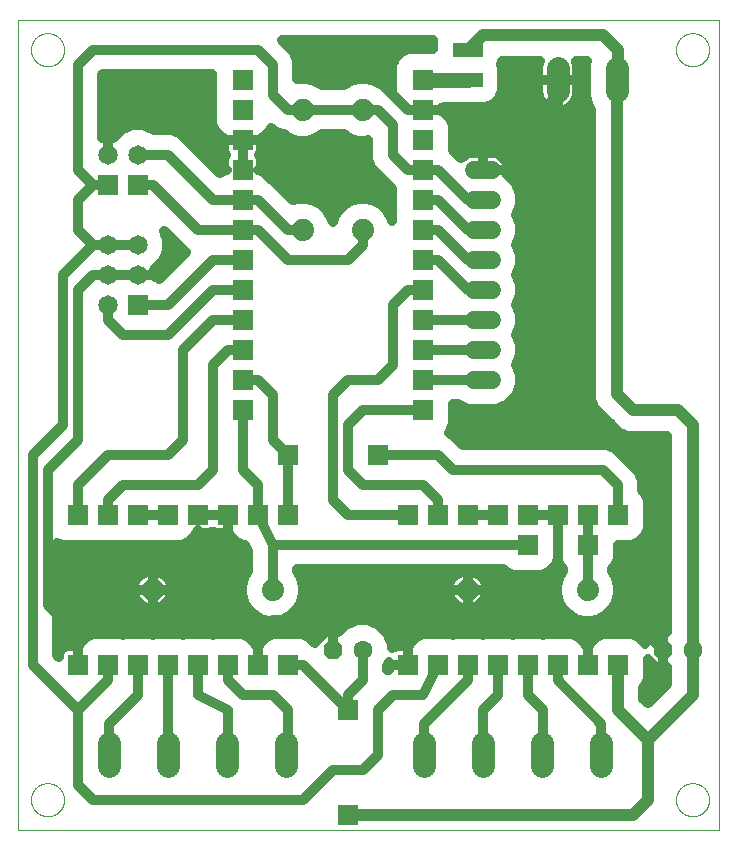
<source format=gbl>
G75*
%MOIN*%
%OFA0B0*%
%FSLAX25Y25*%
%IPPOS*%
%LPD*%
%AMOC8*
5,1,8,0,0,1.08239X$1,22.5*
%
%ADD10C,0.00000*%
%ADD11R,0.07000X0.07000*%
%ADD12C,0.07800*%
%ADD13C,0.07400*%
%ADD14R,0.10000X0.05000*%
%ADD15C,0.06000*%
%ADD16OC8,0.06300*%
%ADD17C,0.06300*%
%ADD18R,0.06500X0.06500*%
%ADD19C,0.06500*%
%ADD20C,0.03200*%
%ADD21C,0.04000*%
%ADD22R,0.06600X0.06600*%
%ADD23C,0.05000*%
D10*
X0002600Y0002600D02*
X0002600Y0272561D01*
X0236301Y0272561D01*
X0236301Y0002600D01*
X0002600Y0002600D01*
X0007088Y0012600D02*
X0007090Y0012748D01*
X0007096Y0012896D01*
X0007106Y0013044D01*
X0007120Y0013191D01*
X0007138Y0013338D01*
X0007159Y0013484D01*
X0007185Y0013630D01*
X0007215Y0013775D01*
X0007248Y0013919D01*
X0007286Y0014062D01*
X0007327Y0014204D01*
X0007372Y0014345D01*
X0007420Y0014485D01*
X0007473Y0014624D01*
X0007529Y0014761D01*
X0007589Y0014896D01*
X0007652Y0015030D01*
X0007719Y0015162D01*
X0007790Y0015292D01*
X0007864Y0015420D01*
X0007941Y0015546D01*
X0008022Y0015670D01*
X0008106Y0015792D01*
X0008193Y0015911D01*
X0008284Y0016028D01*
X0008378Y0016143D01*
X0008474Y0016255D01*
X0008574Y0016365D01*
X0008676Y0016471D01*
X0008782Y0016575D01*
X0008890Y0016676D01*
X0009001Y0016774D01*
X0009114Y0016870D01*
X0009230Y0016962D01*
X0009348Y0017051D01*
X0009469Y0017136D01*
X0009592Y0017219D01*
X0009717Y0017298D01*
X0009844Y0017374D01*
X0009973Y0017446D01*
X0010104Y0017515D01*
X0010237Y0017580D01*
X0010372Y0017641D01*
X0010508Y0017699D01*
X0010645Y0017754D01*
X0010784Y0017804D01*
X0010925Y0017851D01*
X0011066Y0017894D01*
X0011209Y0017934D01*
X0011353Y0017969D01*
X0011497Y0018001D01*
X0011643Y0018028D01*
X0011789Y0018052D01*
X0011936Y0018072D01*
X0012083Y0018088D01*
X0012230Y0018100D01*
X0012378Y0018108D01*
X0012526Y0018112D01*
X0012674Y0018112D01*
X0012822Y0018108D01*
X0012970Y0018100D01*
X0013117Y0018088D01*
X0013264Y0018072D01*
X0013411Y0018052D01*
X0013557Y0018028D01*
X0013703Y0018001D01*
X0013847Y0017969D01*
X0013991Y0017934D01*
X0014134Y0017894D01*
X0014275Y0017851D01*
X0014416Y0017804D01*
X0014555Y0017754D01*
X0014692Y0017699D01*
X0014828Y0017641D01*
X0014963Y0017580D01*
X0015096Y0017515D01*
X0015227Y0017446D01*
X0015356Y0017374D01*
X0015483Y0017298D01*
X0015608Y0017219D01*
X0015731Y0017136D01*
X0015852Y0017051D01*
X0015970Y0016962D01*
X0016086Y0016870D01*
X0016199Y0016774D01*
X0016310Y0016676D01*
X0016418Y0016575D01*
X0016524Y0016471D01*
X0016626Y0016365D01*
X0016726Y0016255D01*
X0016822Y0016143D01*
X0016916Y0016028D01*
X0017007Y0015911D01*
X0017094Y0015792D01*
X0017178Y0015670D01*
X0017259Y0015546D01*
X0017336Y0015420D01*
X0017410Y0015292D01*
X0017481Y0015162D01*
X0017548Y0015030D01*
X0017611Y0014896D01*
X0017671Y0014761D01*
X0017727Y0014624D01*
X0017780Y0014485D01*
X0017828Y0014345D01*
X0017873Y0014204D01*
X0017914Y0014062D01*
X0017952Y0013919D01*
X0017985Y0013775D01*
X0018015Y0013630D01*
X0018041Y0013484D01*
X0018062Y0013338D01*
X0018080Y0013191D01*
X0018094Y0013044D01*
X0018104Y0012896D01*
X0018110Y0012748D01*
X0018112Y0012600D01*
X0018110Y0012452D01*
X0018104Y0012304D01*
X0018094Y0012156D01*
X0018080Y0012009D01*
X0018062Y0011862D01*
X0018041Y0011716D01*
X0018015Y0011570D01*
X0017985Y0011425D01*
X0017952Y0011281D01*
X0017914Y0011138D01*
X0017873Y0010996D01*
X0017828Y0010855D01*
X0017780Y0010715D01*
X0017727Y0010576D01*
X0017671Y0010439D01*
X0017611Y0010304D01*
X0017548Y0010170D01*
X0017481Y0010038D01*
X0017410Y0009908D01*
X0017336Y0009780D01*
X0017259Y0009654D01*
X0017178Y0009530D01*
X0017094Y0009408D01*
X0017007Y0009289D01*
X0016916Y0009172D01*
X0016822Y0009057D01*
X0016726Y0008945D01*
X0016626Y0008835D01*
X0016524Y0008729D01*
X0016418Y0008625D01*
X0016310Y0008524D01*
X0016199Y0008426D01*
X0016086Y0008330D01*
X0015970Y0008238D01*
X0015852Y0008149D01*
X0015731Y0008064D01*
X0015608Y0007981D01*
X0015483Y0007902D01*
X0015356Y0007826D01*
X0015227Y0007754D01*
X0015096Y0007685D01*
X0014963Y0007620D01*
X0014828Y0007559D01*
X0014692Y0007501D01*
X0014555Y0007446D01*
X0014416Y0007396D01*
X0014275Y0007349D01*
X0014134Y0007306D01*
X0013991Y0007266D01*
X0013847Y0007231D01*
X0013703Y0007199D01*
X0013557Y0007172D01*
X0013411Y0007148D01*
X0013264Y0007128D01*
X0013117Y0007112D01*
X0012970Y0007100D01*
X0012822Y0007092D01*
X0012674Y0007088D01*
X0012526Y0007088D01*
X0012378Y0007092D01*
X0012230Y0007100D01*
X0012083Y0007112D01*
X0011936Y0007128D01*
X0011789Y0007148D01*
X0011643Y0007172D01*
X0011497Y0007199D01*
X0011353Y0007231D01*
X0011209Y0007266D01*
X0011066Y0007306D01*
X0010925Y0007349D01*
X0010784Y0007396D01*
X0010645Y0007446D01*
X0010508Y0007501D01*
X0010372Y0007559D01*
X0010237Y0007620D01*
X0010104Y0007685D01*
X0009973Y0007754D01*
X0009844Y0007826D01*
X0009717Y0007902D01*
X0009592Y0007981D01*
X0009469Y0008064D01*
X0009348Y0008149D01*
X0009230Y0008238D01*
X0009114Y0008330D01*
X0009001Y0008426D01*
X0008890Y0008524D01*
X0008782Y0008625D01*
X0008676Y0008729D01*
X0008574Y0008835D01*
X0008474Y0008945D01*
X0008378Y0009057D01*
X0008284Y0009172D01*
X0008193Y0009289D01*
X0008106Y0009408D01*
X0008022Y0009530D01*
X0007941Y0009654D01*
X0007864Y0009780D01*
X0007790Y0009908D01*
X0007719Y0010038D01*
X0007652Y0010170D01*
X0007589Y0010304D01*
X0007529Y0010439D01*
X0007473Y0010576D01*
X0007420Y0010715D01*
X0007372Y0010855D01*
X0007327Y0010996D01*
X0007286Y0011138D01*
X0007248Y0011281D01*
X0007215Y0011425D01*
X0007185Y0011570D01*
X0007159Y0011716D01*
X0007138Y0011862D01*
X0007120Y0012009D01*
X0007106Y0012156D01*
X0007096Y0012304D01*
X0007090Y0012452D01*
X0007088Y0012600D01*
X0007088Y0262600D02*
X0007090Y0262748D01*
X0007096Y0262896D01*
X0007106Y0263044D01*
X0007120Y0263191D01*
X0007138Y0263338D01*
X0007159Y0263484D01*
X0007185Y0263630D01*
X0007215Y0263775D01*
X0007248Y0263919D01*
X0007286Y0264062D01*
X0007327Y0264204D01*
X0007372Y0264345D01*
X0007420Y0264485D01*
X0007473Y0264624D01*
X0007529Y0264761D01*
X0007589Y0264896D01*
X0007652Y0265030D01*
X0007719Y0265162D01*
X0007790Y0265292D01*
X0007864Y0265420D01*
X0007941Y0265546D01*
X0008022Y0265670D01*
X0008106Y0265792D01*
X0008193Y0265911D01*
X0008284Y0266028D01*
X0008378Y0266143D01*
X0008474Y0266255D01*
X0008574Y0266365D01*
X0008676Y0266471D01*
X0008782Y0266575D01*
X0008890Y0266676D01*
X0009001Y0266774D01*
X0009114Y0266870D01*
X0009230Y0266962D01*
X0009348Y0267051D01*
X0009469Y0267136D01*
X0009592Y0267219D01*
X0009717Y0267298D01*
X0009844Y0267374D01*
X0009973Y0267446D01*
X0010104Y0267515D01*
X0010237Y0267580D01*
X0010372Y0267641D01*
X0010508Y0267699D01*
X0010645Y0267754D01*
X0010784Y0267804D01*
X0010925Y0267851D01*
X0011066Y0267894D01*
X0011209Y0267934D01*
X0011353Y0267969D01*
X0011497Y0268001D01*
X0011643Y0268028D01*
X0011789Y0268052D01*
X0011936Y0268072D01*
X0012083Y0268088D01*
X0012230Y0268100D01*
X0012378Y0268108D01*
X0012526Y0268112D01*
X0012674Y0268112D01*
X0012822Y0268108D01*
X0012970Y0268100D01*
X0013117Y0268088D01*
X0013264Y0268072D01*
X0013411Y0268052D01*
X0013557Y0268028D01*
X0013703Y0268001D01*
X0013847Y0267969D01*
X0013991Y0267934D01*
X0014134Y0267894D01*
X0014275Y0267851D01*
X0014416Y0267804D01*
X0014555Y0267754D01*
X0014692Y0267699D01*
X0014828Y0267641D01*
X0014963Y0267580D01*
X0015096Y0267515D01*
X0015227Y0267446D01*
X0015356Y0267374D01*
X0015483Y0267298D01*
X0015608Y0267219D01*
X0015731Y0267136D01*
X0015852Y0267051D01*
X0015970Y0266962D01*
X0016086Y0266870D01*
X0016199Y0266774D01*
X0016310Y0266676D01*
X0016418Y0266575D01*
X0016524Y0266471D01*
X0016626Y0266365D01*
X0016726Y0266255D01*
X0016822Y0266143D01*
X0016916Y0266028D01*
X0017007Y0265911D01*
X0017094Y0265792D01*
X0017178Y0265670D01*
X0017259Y0265546D01*
X0017336Y0265420D01*
X0017410Y0265292D01*
X0017481Y0265162D01*
X0017548Y0265030D01*
X0017611Y0264896D01*
X0017671Y0264761D01*
X0017727Y0264624D01*
X0017780Y0264485D01*
X0017828Y0264345D01*
X0017873Y0264204D01*
X0017914Y0264062D01*
X0017952Y0263919D01*
X0017985Y0263775D01*
X0018015Y0263630D01*
X0018041Y0263484D01*
X0018062Y0263338D01*
X0018080Y0263191D01*
X0018094Y0263044D01*
X0018104Y0262896D01*
X0018110Y0262748D01*
X0018112Y0262600D01*
X0018110Y0262452D01*
X0018104Y0262304D01*
X0018094Y0262156D01*
X0018080Y0262009D01*
X0018062Y0261862D01*
X0018041Y0261716D01*
X0018015Y0261570D01*
X0017985Y0261425D01*
X0017952Y0261281D01*
X0017914Y0261138D01*
X0017873Y0260996D01*
X0017828Y0260855D01*
X0017780Y0260715D01*
X0017727Y0260576D01*
X0017671Y0260439D01*
X0017611Y0260304D01*
X0017548Y0260170D01*
X0017481Y0260038D01*
X0017410Y0259908D01*
X0017336Y0259780D01*
X0017259Y0259654D01*
X0017178Y0259530D01*
X0017094Y0259408D01*
X0017007Y0259289D01*
X0016916Y0259172D01*
X0016822Y0259057D01*
X0016726Y0258945D01*
X0016626Y0258835D01*
X0016524Y0258729D01*
X0016418Y0258625D01*
X0016310Y0258524D01*
X0016199Y0258426D01*
X0016086Y0258330D01*
X0015970Y0258238D01*
X0015852Y0258149D01*
X0015731Y0258064D01*
X0015608Y0257981D01*
X0015483Y0257902D01*
X0015356Y0257826D01*
X0015227Y0257754D01*
X0015096Y0257685D01*
X0014963Y0257620D01*
X0014828Y0257559D01*
X0014692Y0257501D01*
X0014555Y0257446D01*
X0014416Y0257396D01*
X0014275Y0257349D01*
X0014134Y0257306D01*
X0013991Y0257266D01*
X0013847Y0257231D01*
X0013703Y0257199D01*
X0013557Y0257172D01*
X0013411Y0257148D01*
X0013264Y0257128D01*
X0013117Y0257112D01*
X0012970Y0257100D01*
X0012822Y0257092D01*
X0012674Y0257088D01*
X0012526Y0257088D01*
X0012378Y0257092D01*
X0012230Y0257100D01*
X0012083Y0257112D01*
X0011936Y0257128D01*
X0011789Y0257148D01*
X0011643Y0257172D01*
X0011497Y0257199D01*
X0011353Y0257231D01*
X0011209Y0257266D01*
X0011066Y0257306D01*
X0010925Y0257349D01*
X0010784Y0257396D01*
X0010645Y0257446D01*
X0010508Y0257501D01*
X0010372Y0257559D01*
X0010237Y0257620D01*
X0010104Y0257685D01*
X0009973Y0257754D01*
X0009844Y0257826D01*
X0009717Y0257902D01*
X0009592Y0257981D01*
X0009469Y0258064D01*
X0009348Y0258149D01*
X0009230Y0258238D01*
X0009114Y0258330D01*
X0009001Y0258426D01*
X0008890Y0258524D01*
X0008782Y0258625D01*
X0008676Y0258729D01*
X0008574Y0258835D01*
X0008474Y0258945D01*
X0008378Y0259057D01*
X0008284Y0259172D01*
X0008193Y0259289D01*
X0008106Y0259408D01*
X0008022Y0259530D01*
X0007941Y0259654D01*
X0007864Y0259780D01*
X0007790Y0259908D01*
X0007719Y0260038D01*
X0007652Y0260170D01*
X0007589Y0260304D01*
X0007529Y0260439D01*
X0007473Y0260576D01*
X0007420Y0260715D01*
X0007372Y0260855D01*
X0007327Y0260996D01*
X0007286Y0261138D01*
X0007248Y0261281D01*
X0007215Y0261425D01*
X0007185Y0261570D01*
X0007159Y0261716D01*
X0007138Y0261862D01*
X0007120Y0262009D01*
X0007106Y0262156D01*
X0007096Y0262304D01*
X0007090Y0262452D01*
X0007088Y0262600D01*
X0222088Y0262600D02*
X0222090Y0262748D01*
X0222096Y0262896D01*
X0222106Y0263044D01*
X0222120Y0263191D01*
X0222138Y0263338D01*
X0222159Y0263484D01*
X0222185Y0263630D01*
X0222215Y0263775D01*
X0222248Y0263919D01*
X0222286Y0264062D01*
X0222327Y0264204D01*
X0222372Y0264345D01*
X0222420Y0264485D01*
X0222473Y0264624D01*
X0222529Y0264761D01*
X0222589Y0264896D01*
X0222652Y0265030D01*
X0222719Y0265162D01*
X0222790Y0265292D01*
X0222864Y0265420D01*
X0222941Y0265546D01*
X0223022Y0265670D01*
X0223106Y0265792D01*
X0223193Y0265911D01*
X0223284Y0266028D01*
X0223378Y0266143D01*
X0223474Y0266255D01*
X0223574Y0266365D01*
X0223676Y0266471D01*
X0223782Y0266575D01*
X0223890Y0266676D01*
X0224001Y0266774D01*
X0224114Y0266870D01*
X0224230Y0266962D01*
X0224348Y0267051D01*
X0224469Y0267136D01*
X0224592Y0267219D01*
X0224717Y0267298D01*
X0224844Y0267374D01*
X0224973Y0267446D01*
X0225104Y0267515D01*
X0225237Y0267580D01*
X0225372Y0267641D01*
X0225508Y0267699D01*
X0225645Y0267754D01*
X0225784Y0267804D01*
X0225925Y0267851D01*
X0226066Y0267894D01*
X0226209Y0267934D01*
X0226353Y0267969D01*
X0226497Y0268001D01*
X0226643Y0268028D01*
X0226789Y0268052D01*
X0226936Y0268072D01*
X0227083Y0268088D01*
X0227230Y0268100D01*
X0227378Y0268108D01*
X0227526Y0268112D01*
X0227674Y0268112D01*
X0227822Y0268108D01*
X0227970Y0268100D01*
X0228117Y0268088D01*
X0228264Y0268072D01*
X0228411Y0268052D01*
X0228557Y0268028D01*
X0228703Y0268001D01*
X0228847Y0267969D01*
X0228991Y0267934D01*
X0229134Y0267894D01*
X0229275Y0267851D01*
X0229416Y0267804D01*
X0229555Y0267754D01*
X0229692Y0267699D01*
X0229828Y0267641D01*
X0229963Y0267580D01*
X0230096Y0267515D01*
X0230227Y0267446D01*
X0230356Y0267374D01*
X0230483Y0267298D01*
X0230608Y0267219D01*
X0230731Y0267136D01*
X0230852Y0267051D01*
X0230970Y0266962D01*
X0231086Y0266870D01*
X0231199Y0266774D01*
X0231310Y0266676D01*
X0231418Y0266575D01*
X0231524Y0266471D01*
X0231626Y0266365D01*
X0231726Y0266255D01*
X0231822Y0266143D01*
X0231916Y0266028D01*
X0232007Y0265911D01*
X0232094Y0265792D01*
X0232178Y0265670D01*
X0232259Y0265546D01*
X0232336Y0265420D01*
X0232410Y0265292D01*
X0232481Y0265162D01*
X0232548Y0265030D01*
X0232611Y0264896D01*
X0232671Y0264761D01*
X0232727Y0264624D01*
X0232780Y0264485D01*
X0232828Y0264345D01*
X0232873Y0264204D01*
X0232914Y0264062D01*
X0232952Y0263919D01*
X0232985Y0263775D01*
X0233015Y0263630D01*
X0233041Y0263484D01*
X0233062Y0263338D01*
X0233080Y0263191D01*
X0233094Y0263044D01*
X0233104Y0262896D01*
X0233110Y0262748D01*
X0233112Y0262600D01*
X0233110Y0262452D01*
X0233104Y0262304D01*
X0233094Y0262156D01*
X0233080Y0262009D01*
X0233062Y0261862D01*
X0233041Y0261716D01*
X0233015Y0261570D01*
X0232985Y0261425D01*
X0232952Y0261281D01*
X0232914Y0261138D01*
X0232873Y0260996D01*
X0232828Y0260855D01*
X0232780Y0260715D01*
X0232727Y0260576D01*
X0232671Y0260439D01*
X0232611Y0260304D01*
X0232548Y0260170D01*
X0232481Y0260038D01*
X0232410Y0259908D01*
X0232336Y0259780D01*
X0232259Y0259654D01*
X0232178Y0259530D01*
X0232094Y0259408D01*
X0232007Y0259289D01*
X0231916Y0259172D01*
X0231822Y0259057D01*
X0231726Y0258945D01*
X0231626Y0258835D01*
X0231524Y0258729D01*
X0231418Y0258625D01*
X0231310Y0258524D01*
X0231199Y0258426D01*
X0231086Y0258330D01*
X0230970Y0258238D01*
X0230852Y0258149D01*
X0230731Y0258064D01*
X0230608Y0257981D01*
X0230483Y0257902D01*
X0230356Y0257826D01*
X0230227Y0257754D01*
X0230096Y0257685D01*
X0229963Y0257620D01*
X0229828Y0257559D01*
X0229692Y0257501D01*
X0229555Y0257446D01*
X0229416Y0257396D01*
X0229275Y0257349D01*
X0229134Y0257306D01*
X0228991Y0257266D01*
X0228847Y0257231D01*
X0228703Y0257199D01*
X0228557Y0257172D01*
X0228411Y0257148D01*
X0228264Y0257128D01*
X0228117Y0257112D01*
X0227970Y0257100D01*
X0227822Y0257092D01*
X0227674Y0257088D01*
X0227526Y0257088D01*
X0227378Y0257092D01*
X0227230Y0257100D01*
X0227083Y0257112D01*
X0226936Y0257128D01*
X0226789Y0257148D01*
X0226643Y0257172D01*
X0226497Y0257199D01*
X0226353Y0257231D01*
X0226209Y0257266D01*
X0226066Y0257306D01*
X0225925Y0257349D01*
X0225784Y0257396D01*
X0225645Y0257446D01*
X0225508Y0257501D01*
X0225372Y0257559D01*
X0225237Y0257620D01*
X0225104Y0257685D01*
X0224973Y0257754D01*
X0224844Y0257826D01*
X0224717Y0257902D01*
X0224592Y0257981D01*
X0224469Y0258064D01*
X0224348Y0258149D01*
X0224230Y0258238D01*
X0224114Y0258330D01*
X0224001Y0258426D01*
X0223890Y0258524D01*
X0223782Y0258625D01*
X0223676Y0258729D01*
X0223574Y0258835D01*
X0223474Y0258945D01*
X0223378Y0259057D01*
X0223284Y0259172D01*
X0223193Y0259289D01*
X0223106Y0259408D01*
X0223022Y0259530D01*
X0222941Y0259654D01*
X0222864Y0259780D01*
X0222790Y0259908D01*
X0222719Y0260038D01*
X0222652Y0260170D01*
X0222589Y0260304D01*
X0222529Y0260439D01*
X0222473Y0260576D01*
X0222420Y0260715D01*
X0222372Y0260855D01*
X0222327Y0260996D01*
X0222286Y0261138D01*
X0222248Y0261281D01*
X0222215Y0261425D01*
X0222185Y0261570D01*
X0222159Y0261716D01*
X0222138Y0261862D01*
X0222120Y0262009D01*
X0222106Y0262156D01*
X0222096Y0262304D01*
X0222090Y0262452D01*
X0222088Y0262600D01*
X0222088Y0012600D02*
X0222090Y0012748D01*
X0222096Y0012896D01*
X0222106Y0013044D01*
X0222120Y0013191D01*
X0222138Y0013338D01*
X0222159Y0013484D01*
X0222185Y0013630D01*
X0222215Y0013775D01*
X0222248Y0013919D01*
X0222286Y0014062D01*
X0222327Y0014204D01*
X0222372Y0014345D01*
X0222420Y0014485D01*
X0222473Y0014624D01*
X0222529Y0014761D01*
X0222589Y0014896D01*
X0222652Y0015030D01*
X0222719Y0015162D01*
X0222790Y0015292D01*
X0222864Y0015420D01*
X0222941Y0015546D01*
X0223022Y0015670D01*
X0223106Y0015792D01*
X0223193Y0015911D01*
X0223284Y0016028D01*
X0223378Y0016143D01*
X0223474Y0016255D01*
X0223574Y0016365D01*
X0223676Y0016471D01*
X0223782Y0016575D01*
X0223890Y0016676D01*
X0224001Y0016774D01*
X0224114Y0016870D01*
X0224230Y0016962D01*
X0224348Y0017051D01*
X0224469Y0017136D01*
X0224592Y0017219D01*
X0224717Y0017298D01*
X0224844Y0017374D01*
X0224973Y0017446D01*
X0225104Y0017515D01*
X0225237Y0017580D01*
X0225372Y0017641D01*
X0225508Y0017699D01*
X0225645Y0017754D01*
X0225784Y0017804D01*
X0225925Y0017851D01*
X0226066Y0017894D01*
X0226209Y0017934D01*
X0226353Y0017969D01*
X0226497Y0018001D01*
X0226643Y0018028D01*
X0226789Y0018052D01*
X0226936Y0018072D01*
X0227083Y0018088D01*
X0227230Y0018100D01*
X0227378Y0018108D01*
X0227526Y0018112D01*
X0227674Y0018112D01*
X0227822Y0018108D01*
X0227970Y0018100D01*
X0228117Y0018088D01*
X0228264Y0018072D01*
X0228411Y0018052D01*
X0228557Y0018028D01*
X0228703Y0018001D01*
X0228847Y0017969D01*
X0228991Y0017934D01*
X0229134Y0017894D01*
X0229275Y0017851D01*
X0229416Y0017804D01*
X0229555Y0017754D01*
X0229692Y0017699D01*
X0229828Y0017641D01*
X0229963Y0017580D01*
X0230096Y0017515D01*
X0230227Y0017446D01*
X0230356Y0017374D01*
X0230483Y0017298D01*
X0230608Y0017219D01*
X0230731Y0017136D01*
X0230852Y0017051D01*
X0230970Y0016962D01*
X0231086Y0016870D01*
X0231199Y0016774D01*
X0231310Y0016676D01*
X0231418Y0016575D01*
X0231524Y0016471D01*
X0231626Y0016365D01*
X0231726Y0016255D01*
X0231822Y0016143D01*
X0231916Y0016028D01*
X0232007Y0015911D01*
X0232094Y0015792D01*
X0232178Y0015670D01*
X0232259Y0015546D01*
X0232336Y0015420D01*
X0232410Y0015292D01*
X0232481Y0015162D01*
X0232548Y0015030D01*
X0232611Y0014896D01*
X0232671Y0014761D01*
X0232727Y0014624D01*
X0232780Y0014485D01*
X0232828Y0014345D01*
X0232873Y0014204D01*
X0232914Y0014062D01*
X0232952Y0013919D01*
X0232985Y0013775D01*
X0233015Y0013630D01*
X0233041Y0013484D01*
X0233062Y0013338D01*
X0233080Y0013191D01*
X0233094Y0013044D01*
X0233104Y0012896D01*
X0233110Y0012748D01*
X0233112Y0012600D01*
X0233110Y0012452D01*
X0233104Y0012304D01*
X0233094Y0012156D01*
X0233080Y0012009D01*
X0233062Y0011862D01*
X0233041Y0011716D01*
X0233015Y0011570D01*
X0232985Y0011425D01*
X0232952Y0011281D01*
X0232914Y0011138D01*
X0232873Y0010996D01*
X0232828Y0010855D01*
X0232780Y0010715D01*
X0232727Y0010576D01*
X0232671Y0010439D01*
X0232611Y0010304D01*
X0232548Y0010170D01*
X0232481Y0010038D01*
X0232410Y0009908D01*
X0232336Y0009780D01*
X0232259Y0009654D01*
X0232178Y0009530D01*
X0232094Y0009408D01*
X0232007Y0009289D01*
X0231916Y0009172D01*
X0231822Y0009057D01*
X0231726Y0008945D01*
X0231626Y0008835D01*
X0231524Y0008729D01*
X0231418Y0008625D01*
X0231310Y0008524D01*
X0231199Y0008426D01*
X0231086Y0008330D01*
X0230970Y0008238D01*
X0230852Y0008149D01*
X0230731Y0008064D01*
X0230608Y0007981D01*
X0230483Y0007902D01*
X0230356Y0007826D01*
X0230227Y0007754D01*
X0230096Y0007685D01*
X0229963Y0007620D01*
X0229828Y0007559D01*
X0229692Y0007501D01*
X0229555Y0007446D01*
X0229416Y0007396D01*
X0229275Y0007349D01*
X0229134Y0007306D01*
X0228991Y0007266D01*
X0228847Y0007231D01*
X0228703Y0007199D01*
X0228557Y0007172D01*
X0228411Y0007148D01*
X0228264Y0007128D01*
X0228117Y0007112D01*
X0227970Y0007100D01*
X0227822Y0007092D01*
X0227674Y0007088D01*
X0227526Y0007088D01*
X0227378Y0007092D01*
X0227230Y0007100D01*
X0227083Y0007112D01*
X0226936Y0007128D01*
X0226789Y0007148D01*
X0226643Y0007172D01*
X0226497Y0007199D01*
X0226353Y0007231D01*
X0226209Y0007266D01*
X0226066Y0007306D01*
X0225925Y0007349D01*
X0225784Y0007396D01*
X0225645Y0007446D01*
X0225508Y0007501D01*
X0225372Y0007559D01*
X0225237Y0007620D01*
X0225104Y0007685D01*
X0224973Y0007754D01*
X0224844Y0007826D01*
X0224717Y0007902D01*
X0224592Y0007981D01*
X0224469Y0008064D01*
X0224348Y0008149D01*
X0224230Y0008238D01*
X0224114Y0008330D01*
X0224001Y0008426D01*
X0223890Y0008524D01*
X0223782Y0008625D01*
X0223676Y0008729D01*
X0223574Y0008835D01*
X0223474Y0008945D01*
X0223378Y0009057D01*
X0223284Y0009172D01*
X0223193Y0009289D01*
X0223106Y0009408D01*
X0223022Y0009530D01*
X0222941Y0009654D01*
X0222864Y0009780D01*
X0222790Y0009908D01*
X0222719Y0010038D01*
X0222652Y0010170D01*
X0222589Y0010304D01*
X0222529Y0010439D01*
X0222473Y0010576D01*
X0222420Y0010715D01*
X0222372Y0010855D01*
X0222327Y0010996D01*
X0222286Y0011138D01*
X0222248Y0011281D01*
X0222215Y0011425D01*
X0222185Y0011570D01*
X0222159Y0011716D01*
X0222138Y0011862D01*
X0222120Y0012009D01*
X0222106Y0012156D01*
X0222096Y0012304D01*
X0222090Y0012452D01*
X0222088Y0012600D01*
D11*
X0202600Y0057600D03*
X0192600Y0057600D03*
X0182600Y0057600D03*
X0172600Y0057600D03*
X0162600Y0057600D03*
X0152600Y0057600D03*
X0142600Y0057600D03*
X0132600Y0057600D03*
X0172600Y0097600D03*
X0172600Y0107600D03*
X0162600Y0107600D03*
X0152600Y0107600D03*
X0142600Y0107600D03*
X0132600Y0107600D03*
X0122600Y0127600D03*
X0137600Y0142600D03*
X0137600Y0152600D03*
X0137600Y0162600D03*
X0137600Y0172600D03*
X0137600Y0182600D03*
X0137600Y0192600D03*
X0137600Y0202600D03*
X0137600Y0212600D03*
X0137600Y0222600D03*
X0137600Y0232600D03*
X0137600Y0242600D03*
X0137600Y0252600D03*
X0107600Y0257600D03*
X0107600Y0227600D03*
X0077600Y0222600D03*
X0077600Y0212600D03*
X0077600Y0202600D03*
X0077600Y0192600D03*
X0077600Y0182600D03*
X0077600Y0172600D03*
X0077600Y0162600D03*
X0077600Y0152600D03*
X0077600Y0142600D03*
X0092600Y0127600D03*
X0092600Y0107600D03*
X0082600Y0107600D03*
X0072600Y0107600D03*
X0062600Y0107600D03*
X0052600Y0107600D03*
X0042600Y0107600D03*
X0032600Y0107600D03*
X0022600Y0107600D03*
X0022600Y0057600D03*
X0032600Y0057600D03*
X0042600Y0057600D03*
X0052600Y0057600D03*
X0062600Y0057600D03*
X0072600Y0057600D03*
X0082600Y0057600D03*
X0092600Y0057600D03*
X0182600Y0107600D03*
X0192600Y0107600D03*
X0192600Y0097600D03*
X0202600Y0107600D03*
X0077600Y0232600D03*
X0077600Y0242600D03*
X0077600Y0252600D03*
D12*
X0182700Y0256500D02*
X0182700Y0248700D01*
X0202500Y0248700D02*
X0202500Y0256500D01*
X0197200Y0031500D02*
X0197200Y0023700D01*
X0177400Y0023700D02*
X0177400Y0031500D01*
X0157800Y0031500D02*
X0157800Y0023700D01*
X0138000Y0023700D02*
X0138000Y0031500D01*
X0092200Y0031500D02*
X0092200Y0023700D01*
X0072400Y0023700D02*
X0072400Y0031500D01*
X0052800Y0031500D02*
X0052800Y0023700D01*
X0033000Y0023700D02*
X0033000Y0031500D01*
D13*
X0047600Y0082600D03*
X0087600Y0082600D03*
X0152600Y0082600D03*
X0192600Y0082600D03*
X0117600Y0202600D03*
X0097600Y0202600D03*
X0097600Y0242600D03*
X0117600Y0242600D03*
D14*
X0152600Y0252600D03*
X0152600Y0262600D03*
D15*
X0154600Y0222600D02*
X0160600Y0222600D01*
X0160600Y0212600D02*
X0154600Y0212600D01*
X0154600Y0202600D02*
X0160600Y0202600D01*
X0160600Y0192600D02*
X0154600Y0192600D01*
X0154600Y0182600D02*
X0160600Y0182600D01*
X0160600Y0172600D02*
X0154600Y0172600D01*
X0154600Y0162600D02*
X0160600Y0162600D01*
X0160600Y0152600D02*
X0154600Y0152600D01*
D16*
X0107600Y0062600D03*
X0217600Y0062600D03*
D17*
X0227600Y0062600D03*
X0117600Y0062600D03*
D18*
X0042600Y0177600D03*
X0042600Y0217600D03*
X0032600Y0217600D03*
D19*
X0032600Y0227600D03*
X0042600Y0227600D03*
X0042600Y0197600D03*
X0042600Y0187600D03*
X0032600Y0187600D03*
X0032600Y0197600D03*
X0032600Y0177600D03*
D20*
X0032600Y0172600D01*
X0037600Y0167600D01*
X0052600Y0167600D01*
X0067600Y0182600D01*
X0077600Y0182600D01*
X0077600Y0172600D02*
X0067600Y0172600D01*
X0057600Y0162600D01*
X0057600Y0132600D01*
X0052600Y0127600D01*
X0032600Y0127600D01*
X0022600Y0117600D01*
X0022600Y0107600D01*
X0017787Y0097500D02*
X0015800Y0098323D01*
X0015800Y0060997D01*
X0016500Y0060297D01*
X0016500Y0061356D01*
X0016600Y0061858D01*
X0016796Y0062332D01*
X0017080Y0062757D01*
X0017443Y0063120D01*
X0017868Y0063404D01*
X0018342Y0063600D01*
X0018844Y0063700D01*
X0022600Y0063700D01*
X0022600Y0062654D01*
X0022600Y0063700D01*
X0023033Y0063700D01*
X0023505Y0064839D01*
X0025361Y0066695D01*
X0027787Y0067700D01*
X0037413Y0067700D01*
X0037600Y0067622D01*
X0037787Y0067700D01*
X0047413Y0067700D01*
X0047600Y0067622D01*
X0047787Y0067700D01*
X0057413Y0067700D01*
X0057600Y0067622D01*
X0057787Y0067700D01*
X0067413Y0067700D01*
X0067600Y0067622D01*
X0067787Y0067700D01*
X0077413Y0067700D01*
X0079839Y0066695D01*
X0081695Y0064839D01*
X0082167Y0063700D01*
X0082600Y0063700D01*
X0082600Y0062654D01*
X0082600Y0062654D01*
X0082600Y0062654D01*
X0082600Y0063700D01*
X0083033Y0063700D01*
X0083505Y0064839D01*
X0085361Y0066695D01*
X0087787Y0067700D01*
X0097413Y0067700D01*
X0099839Y0066695D01*
X0101695Y0064839D01*
X0101725Y0064767D01*
X0101850Y0064715D01*
X0101850Y0064982D01*
X0105218Y0068350D01*
X0107600Y0068350D01*
X0107600Y0062600D01*
X0107600Y0067600D01*
X0112600Y0072600D01*
X0127600Y0072600D01*
X0132600Y0067600D01*
X0147600Y0082600D01*
X0152600Y0082600D01*
X0177600Y0082600D01*
X0192600Y0067600D01*
X0212600Y0087600D01*
X0212600Y0067600D01*
X0217600Y0062600D01*
X0217600Y0062600D01*
X0217600Y0068350D01*
X0219000Y0068350D01*
X0219000Y0134000D01*
X0205889Y0134000D01*
X0202728Y0135309D01*
X0200309Y0137728D01*
X0200309Y0137728D01*
X0195209Y0142828D01*
X0193900Y0145989D01*
X0193900Y0242596D01*
X0192716Y0244647D01*
X0192000Y0247318D01*
X0192000Y0257882D01*
X0192299Y0259000D01*
X0188700Y0259000D01*
X0188868Y0258594D01*
X0189089Y0257771D01*
X0189200Y0256926D01*
X0189200Y0252600D01*
X0182700Y0252600D01*
X0182600Y0252500D01*
X0182600Y0247600D01*
X0177600Y0242600D01*
X0137600Y0242600D01*
X0132600Y0242600D01*
X0117600Y0257600D01*
X0107600Y0257600D01*
X0103924Y0250842D02*
X0101576Y0252198D01*
X0098956Y0252900D01*
X0096244Y0252900D01*
X0095800Y0252781D01*
X0095800Y0259231D01*
X0094552Y0262245D01*
X0092245Y0264552D01*
X0090836Y0265961D01*
X0141000Y0265961D01*
X0141000Y0262700D01*
X0132787Y0262700D01*
X0130361Y0261695D01*
X0128505Y0259839D01*
X0127500Y0257413D01*
X0127500Y0249297D01*
X0127245Y0249552D01*
X0124231Y0250800D01*
X0123966Y0250800D01*
X0123924Y0250842D01*
X0121576Y0252198D01*
X0118956Y0252900D01*
X0116244Y0252900D01*
X0113624Y0252198D01*
X0111276Y0250842D01*
X0111234Y0250800D01*
X0103966Y0250800D01*
X0103924Y0250842D01*
X0101773Y0252084D02*
X0113427Y0252084D01*
X0121773Y0252084D02*
X0127500Y0252084D01*
X0127500Y0255282D02*
X0095800Y0255282D01*
X0095800Y0258481D02*
X0127942Y0258481D01*
X0130346Y0261679D02*
X0094786Y0261679D01*
X0091919Y0264878D02*
X0141000Y0264878D01*
X0144827Y0243500D02*
X0143700Y0243033D01*
X0143700Y0242600D01*
X0142654Y0242600D01*
X0142654Y0242600D01*
X0142654Y0242600D01*
X0143700Y0242600D01*
X0143700Y0242167D01*
X0144839Y0241695D01*
X0146695Y0239839D01*
X0147700Y0237413D01*
X0147700Y0229097D01*
X0150438Y0226358D01*
X0150952Y0226871D01*
X0151665Y0227390D01*
X0152450Y0227790D01*
X0153289Y0228062D01*
X0154159Y0228200D01*
X0157600Y0228200D01*
X0157600Y0222600D01*
X0167600Y0222600D01*
X0177600Y0222600D01*
X0182600Y0227600D01*
X0182600Y0247600D01*
X0182700Y0248885D02*
X0182700Y0248885D01*
X0182700Y0245687D02*
X0182700Y0245687D01*
X0182700Y0242488D02*
X0182700Y0242488D01*
X0182700Y0242200D02*
X0182274Y0242200D01*
X0181429Y0242311D01*
X0180606Y0242532D01*
X0179819Y0242858D01*
X0179081Y0243284D01*
X0178405Y0243803D01*
X0177803Y0244405D01*
X0177284Y0245081D01*
X0176858Y0245819D01*
X0176532Y0246606D01*
X0176311Y0247429D01*
X0176200Y0248274D01*
X0176200Y0252600D01*
X0182700Y0252600D01*
X0182700Y0252600D01*
X0189200Y0252600D01*
X0189200Y0248274D01*
X0189089Y0247429D01*
X0188868Y0246606D01*
X0188542Y0245819D01*
X0188116Y0245081D01*
X0187597Y0244405D01*
X0186995Y0243803D01*
X0186319Y0243284D01*
X0185581Y0242858D01*
X0184794Y0242532D01*
X0183971Y0242311D01*
X0183126Y0242200D01*
X0182700Y0242200D01*
X0182700Y0252600D01*
X0182700Y0252600D01*
X0182700Y0252600D01*
X0182700Y0242200D01*
X0184632Y0242488D02*
X0193900Y0242488D01*
X0192437Y0245687D02*
X0188466Y0245687D01*
X0189200Y0248885D02*
X0192000Y0248885D01*
X0192000Y0252084D02*
X0189200Y0252084D01*
X0189200Y0255282D02*
X0192000Y0255282D01*
X0192160Y0258481D02*
X0188899Y0258481D01*
X0182700Y0252600D02*
X0176200Y0252600D01*
X0176200Y0256926D01*
X0176311Y0257771D01*
X0176532Y0258594D01*
X0176700Y0259000D01*
X0164200Y0259000D01*
X0164200Y0258787D01*
X0163708Y0257600D01*
X0164200Y0256413D01*
X0164200Y0248787D01*
X0163195Y0246361D01*
X0161339Y0244505D01*
X0158913Y0243500D01*
X0144827Y0243500D01*
X0143700Y0242488D02*
X0180768Y0242488D01*
X0176934Y0245687D02*
X0162521Y0245687D01*
X0164200Y0248885D02*
X0176200Y0248885D01*
X0176200Y0252084D02*
X0164200Y0252084D01*
X0164200Y0255282D02*
X0176200Y0255282D01*
X0176501Y0258481D02*
X0164073Y0258481D01*
X0146923Y0239290D02*
X0193900Y0239290D01*
X0193900Y0236091D02*
X0147700Y0236091D01*
X0147700Y0232893D02*
X0193900Y0232893D01*
X0193900Y0229694D02*
X0147700Y0229694D01*
X0150301Y0226496D02*
X0150576Y0226496D01*
X0157600Y0226496D02*
X0157600Y0226496D01*
X0157600Y0228200D02*
X0157600Y0222600D01*
X0157600Y0222600D01*
X0166200Y0222600D01*
X0166200Y0223041D01*
X0166062Y0223911D01*
X0165790Y0224750D01*
X0165390Y0225535D01*
X0164871Y0226248D01*
X0164248Y0226871D01*
X0163535Y0227390D01*
X0162750Y0227790D01*
X0161911Y0228062D01*
X0161041Y0228200D01*
X0157600Y0228200D01*
X0157600Y0223297D02*
X0157600Y0223297D01*
X0157600Y0222600D02*
X0157600Y0222600D01*
X0166200Y0222600D01*
X0166200Y0222159D01*
X0166062Y0221289D01*
X0165902Y0220795D01*
X0166038Y0220738D01*
X0168738Y0218038D01*
X0170200Y0214510D01*
X0170200Y0210690D01*
X0168920Y0207600D01*
X0170200Y0204510D01*
X0170200Y0200690D01*
X0168920Y0197600D01*
X0170200Y0194510D01*
X0170200Y0190690D01*
X0168920Y0187600D01*
X0170200Y0184510D01*
X0170200Y0180690D01*
X0168920Y0177600D01*
X0170200Y0174510D01*
X0170200Y0170690D01*
X0168920Y0167600D01*
X0170200Y0164510D01*
X0170200Y0160690D01*
X0168920Y0157600D01*
X0170200Y0154510D01*
X0170200Y0150690D01*
X0168738Y0147162D01*
X0166038Y0144462D01*
X0162510Y0143000D01*
X0152690Y0143000D01*
X0149311Y0144400D01*
X0147700Y0144400D01*
X0147700Y0137787D01*
X0146695Y0135361D01*
X0146284Y0134950D01*
X0147245Y0134552D01*
X0150997Y0130800D01*
X0199231Y0130800D01*
X0202245Y0129552D01*
X0209552Y0122245D01*
X0210800Y0119231D01*
X0210800Y0115734D01*
X0211695Y0114839D01*
X0212700Y0112413D01*
X0212700Y0102787D01*
X0211695Y0100361D01*
X0209839Y0098505D01*
X0207413Y0097500D01*
X0202700Y0097500D01*
X0202700Y0092787D01*
X0201695Y0090361D01*
X0200800Y0089466D01*
X0200800Y0088966D01*
X0200842Y0088924D01*
X0202198Y0086576D01*
X0202900Y0083956D01*
X0202900Y0081244D01*
X0202198Y0078624D01*
X0200842Y0076276D01*
X0198924Y0074358D01*
X0196576Y0073002D01*
X0193956Y0072300D01*
X0191244Y0072300D01*
X0188624Y0073002D01*
X0186276Y0074358D01*
X0184358Y0076276D01*
X0183002Y0078624D01*
X0182300Y0081244D01*
X0182300Y0083956D01*
X0183002Y0086576D01*
X0184358Y0088924D01*
X0184400Y0088966D01*
X0184400Y0089466D01*
X0183505Y0090361D01*
X0182600Y0092546D01*
X0181695Y0090361D01*
X0179839Y0088505D01*
X0177413Y0087500D01*
X0167787Y0087500D01*
X0165361Y0088505D01*
X0164466Y0089400D01*
X0095800Y0089400D01*
X0095800Y0088966D01*
X0095842Y0088924D01*
X0097198Y0086576D01*
X0097900Y0083956D01*
X0097900Y0081244D01*
X0097198Y0078624D01*
X0095842Y0076276D01*
X0093924Y0074358D01*
X0091576Y0073002D01*
X0088956Y0072300D01*
X0086244Y0072300D01*
X0083624Y0073002D01*
X0081276Y0074358D01*
X0079358Y0076276D01*
X0078002Y0078624D01*
X0077300Y0081244D01*
X0077300Y0083956D01*
X0078002Y0086576D01*
X0079358Y0088924D01*
X0079400Y0088966D01*
X0079400Y0095664D01*
X0078482Y0097500D01*
X0077787Y0097500D01*
X0075361Y0098505D01*
X0073505Y0100361D01*
X0073033Y0101500D01*
X0072600Y0101500D01*
X0072600Y0102546D01*
X0072600Y0102546D01*
X0072600Y0101500D01*
X0068844Y0101500D01*
X0068342Y0101600D01*
X0067868Y0101796D01*
X0067600Y0101975D01*
X0067332Y0101796D01*
X0066858Y0101600D01*
X0066356Y0101500D01*
X0062600Y0101500D01*
X0062600Y0102546D01*
X0062600Y0102546D01*
X0062600Y0101500D01*
X0062167Y0101500D01*
X0061695Y0100361D01*
X0059839Y0098505D01*
X0057413Y0097500D01*
X0047787Y0097500D01*
X0047600Y0097578D01*
X0047413Y0097500D01*
X0037787Y0097500D01*
X0037600Y0097578D01*
X0037413Y0097500D01*
X0027787Y0097500D01*
X0027600Y0097578D01*
X0027413Y0097500D01*
X0017787Y0097500D01*
X0015800Y0095357D02*
X0079400Y0095357D01*
X0079400Y0092158D02*
X0015800Y0092158D01*
X0015800Y0088960D02*
X0079393Y0088960D01*
X0077784Y0085761D02*
X0053060Y0085761D01*
X0052988Y0085902D02*
X0052405Y0086704D01*
X0051704Y0087405D01*
X0050902Y0087988D01*
X0050018Y0088438D01*
X0049075Y0088745D01*
X0048096Y0088900D01*
X0047600Y0088900D01*
X0047600Y0082600D01*
X0067600Y0082600D01*
X0072600Y0087600D01*
X0072600Y0107600D01*
X0062600Y0107600D01*
X0062700Y0107600D02*
X0068700Y0107600D01*
X0072500Y0107600D01*
X0072500Y0107600D01*
X0062700Y0107600D01*
X0062700Y0107600D01*
X0062600Y0101754D02*
X0062600Y0101754D01*
X0067230Y0101754D02*
X0067970Y0101754D01*
X0072600Y0101754D02*
X0072600Y0101754D01*
X0075311Y0098555D02*
X0059889Y0098555D01*
X0052600Y0107600D02*
X0042600Y0107600D01*
X0032600Y0107600D02*
X0032600Y0112600D01*
X0037600Y0117600D01*
X0062600Y0117600D01*
X0067600Y0122600D01*
X0067600Y0157600D01*
X0072600Y0162600D01*
X0077600Y0162600D01*
X0077600Y0152600D02*
X0082600Y0152600D01*
X0087600Y0147600D01*
X0087600Y0132600D01*
X0092600Y0127600D01*
X0092600Y0107600D01*
X0082600Y0107600D02*
X0087600Y0097600D01*
X0172600Y0097600D01*
X0172600Y0107600D02*
X0182600Y0107600D01*
X0182600Y0087600D01*
X0177600Y0082600D01*
X0182300Y0082563D02*
X0158900Y0082563D01*
X0158900Y0082600D02*
X0152600Y0082600D01*
X0158900Y0082600D01*
X0158900Y0083096D01*
X0158745Y0084075D01*
X0158438Y0085018D01*
X0157988Y0085902D01*
X0157405Y0086704D01*
X0156704Y0087405D01*
X0155902Y0087988D01*
X0155018Y0088438D01*
X0154075Y0088745D01*
X0153096Y0088900D01*
X0152600Y0088900D01*
X0152600Y0082600D01*
X0152600Y0082600D01*
X0152600Y0082600D01*
X0152600Y0076300D01*
X0153096Y0076300D01*
X0154075Y0076455D01*
X0155018Y0076762D01*
X0155902Y0077212D01*
X0156704Y0077795D01*
X0157405Y0078496D01*
X0157988Y0079298D01*
X0158438Y0080182D01*
X0158745Y0081125D01*
X0158900Y0082104D01*
X0158900Y0082600D01*
X0158060Y0085761D02*
X0182784Y0085761D01*
X0184393Y0088960D02*
X0180294Y0088960D01*
X0182439Y0092158D02*
X0182760Y0092158D01*
X0192600Y0097600D02*
X0192600Y0082600D01*
X0200732Y0076166D02*
X0219000Y0076166D01*
X0219000Y0079364D02*
X0202396Y0079364D01*
X0202900Y0082563D02*
X0219000Y0082563D01*
X0219000Y0085761D02*
X0202416Y0085761D01*
X0200807Y0088960D02*
X0219000Y0088960D01*
X0219000Y0092158D02*
X0202440Y0092158D01*
X0202700Y0095357D02*
X0219000Y0095357D01*
X0219000Y0098555D02*
X0209889Y0098555D01*
X0212272Y0101754D02*
X0219000Y0101754D01*
X0219000Y0104952D02*
X0212700Y0104952D01*
X0212700Y0108151D02*
X0219000Y0108151D01*
X0219000Y0111349D02*
X0212700Y0111349D01*
X0211816Y0114548D02*
X0219000Y0114548D01*
X0219000Y0117746D02*
X0210800Y0117746D01*
X0210090Y0120945D02*
X0219000Y0120945D01*
X0219000Y0124143D02*
X0207653Y0124143D01*
X0204455Y0127342D02*
X0219000Y0127342D01*
X0219000Y0130540D02*
X0199858Y0130540D01*
X0197600Y0122600D02*
X0147600Y0122600D01*
X0142600Y0127600D01*
X0122600Y0127600D01*
X0117600Y0117600D02*
X0137600Y0117600D01*
X0142600Y0112600D01*
X0142600Y0107600D01*
X0132600Y0107600D02*
X0112600Y0107600D01*
X0107600Y0112600D01*
X0107600Y0147600D01*
X0112600Y0152600D01*
X0122600Y0152600D01*
X0127600Y0157600D01*
X0127600Y0177600D01*
X0132600Y0182600D01*
X0137600Y0182600D01*
X0137600Y0172600D02*
X0157600Y0172600D01*
X0157600Y0162600D02*
X0137600Y0162600D01*
X0137600Y0152600D02*
X0157600Y0152600D01*
X0163317Y0143334D02*
X0195000Y0143334D01*
X0193900Y0146533D02*
X0168109Y0146533D01*
X0169803Y0149732D02*
X0193900Y0149732D01*
X0193900Y0152930D02*
X0170200Y0152930D01*
X0169529Y0156129D02*
X0193900Y0156129D01*
X0193900Y0159327D02*
X0169635Y0159327D01*
X0170200Y0162526D02*
X0193900Y0162526D01*
X0193900Y0165724D02*
X0169697Y0165724D01*
X0169468Y0168923D02*
X0193900Y0168923D01*
X0193900Y0172121D02*
X0170200Y0172121D01*
X0169864Y0175320D02*
X0193900Y0175320D01*
X0193900Y0178518D02*
X0169300Y0178518D01*
X0170200Y0181717D02*
X0193900Y0181717D01*
X0193900Y0184915D02*
X0170032Y0184915D01*
X0169133Y0188114D02*
X0193900Y0188114D01*
X0193900Y0191312D02*
X0170200Y0191312D01*
X0170200Y0194511D02*
X0193900Y0194511D01*
X0193900Y0197709D02*
X0168965Y0197709D01*
X0170200Y0200908D02*
X0193900Y0200908D01*
X0193900Y0204106D02*
X0170200Y0204106D01*
X0169042Y0207305D02*
X0193900Y0207305D01*
X0193900Y0210503D02*
X0170122Y0210503D01*
X0170200Y0213702D02*
X0193900Y0213702D01*
X0193900Y0216900D02*
X0169210Y0216900D01*
X0172600Y0217600D02*
X0167600Y0222600D01*
X0166159Y0223297D02*
X0193900Y0223297D01*
X0193900Y0220099D02*
X0166678Y0220099D01*
X0172600Y0217600D02*
X0172600Y0137600D01*
X0177600Y0132600D01*
X0207600Y0132600D01*
X0212600Y0127600D01*
X0212600Y0087600D01*
X0219000Y0072967D02*
X0196446Y0072967D01*
X0197787Y0067700D02*
X0195361Y0066695D01*
X0193505Y0064839D01*
X0193033Y0063700D01*
X0192600Y0063700D01*
X0192600Y0062654D01*
X0192600Y0062654D01*
X0192600Y0062654D01*
X0192600Y0063700D01*
X0192167Y0063700D01*
X0191695Y0064839D01*
X0189839Y0066695D01*
X0187413Y0067700D01*
X0177787Y0067700D01*
X0177600Y0067622D01*
X0177413Y0067700D01*
X0167787Y0067700D01*
X0167600Y0067622D01*
X0167413Y0067700D01*
X0157787Y0067700D01*
X0157600Y0067622D01*
X0157413Y0067700D01*
X0147787Y0067700D01*
X0147600Y0067622D01*
X0147413Y0067700D01*
X0137787Y0067700D01*
X0135361Y0066695D01*
X0133505Y0064839D01*
X0133033Y0063700D01*
X0132600Y0063700D01*
X0132600Y0062654D01*
X0132600Y0063700D01*
X0128844Y0063700D01*
X0128342Y0063600D01*
X0127868Y0063404D01*
X0127443Y0063120D01*
X0127350Y0063027D01*
X0127350Y0064539D01*
X0125866Y0068123D01*
X0123123Y0070866D01*
X0119539Y0072350D01*
X0115661Y0072350D01*
X0112077Y0070866D01*
X0109561Y0068350D01*
X0107600Y0068350D01*
X0107600Y0062600D01*
X0107600Y0062600D01*
X0107600Y0063372D02*
X0107600Y0063372D01*
X0107600Y0066570D02*
X0107600Y0066570D01*
X0107600Y0067600D02*
X0102600Y0072600D01*
X0087600Y0072600D01*
X0082600Y0067600D01*
X0067600Y0082600D01*
X0077300Y0082563D02*
X0053900Y0082563D01*
X0053900Y0082600D02*
X0047600Y0082600D01*
X0037600Y0082600D01*
X0022600Y0067600D01*
X0012600Y0077600D01*
X0012600Y0122600D01*
X0022600Y0132600D01*
X0022600Y0182600D01*
X0027600Y0187600D01*
X0032600Y0187600D01*
X0042600Y0187600D01*
X0048450Y0187600D01*
X0048450Y0188060D01*
X0048306Y0188970D01*
X0048206Y0189276D01*
X0050950Y0192020D01*
X0052450Y0195641D01*
X0052450Y0199559D01*
X0051323Y0202281D01*
X0055648Y0197955D01*
X0057955Y0195648D01*
X0058731Y0195327D01*
X0049719Y0186315D01*
X0049589Y0186445D01*
X0048417Y0186931D01*
X0048450Y0187140D01*
X0048450Y0187600D01*
X0042600Y0187600D01*
X0042600Y0187600D01*
X0042600Y0187600D01*
X0036750Y0187600D01*
X0032600Y0187600D01*
X0032600Y0187600D01*
X0042600Y0187600D01*
X0048442Y0188114D02*
X0051517Y0188114D01*
X0050242Y0191312D02*
X0054716Y0191312D01*
X0051982Y0194511D02*
X0057914Y0194511D01*
X0055894Y0197709D02*
X0052450Y0197709D01*
X0052696Y0200908D02*
X0051891Y0200908D01*
X0042600Y0197600D02*
X0032600Y0197600D01*
X0027600Y0197600D01*
X0017600Y0187600D01*
X0017600Y0137600D01*
X0007600Y0127600D01*
X0007600Y0057600D01*
X0022600Y0042600D01*
X0032600Y0052600D01*
X0032600Y0057600D01*
X0025236Y0066570D02*
X0015800Y0066570D01*
X0015800Y0063372D02*
X0017820Y0063372D01*
X0022600Y0063372D02*
X0022600Y0063372D01*
X0022600Y0062654D02*
X0022600Y0062654D01*
X0022600Y0067600D02*
X0022600Y0057600D01*
X0015800Y0069769D02*
X0110980Y0069769D01*
X0103439Y0066570D02*
X0099964Y0066570D01*
X0097600Y0057600D02*
X0092600Y0057600D01*
X0097600Y0057600D02*
X0112600Y0042600D01*
X0112600Y0047600D01*
X0117600Y0052600D01*
X0117600Y0062600D01*
X0124220Y0069769D02*
X0219000Y0069769D01*
X0217600Y0068350D02*
X0215218Y0068350D01*
X0211850Y0064982D01*
X0211850Y0064465D01*
X0211695Y0064839D01*
X0209839Y0066695D01*
X0207413Y0067700D01*
X0197787Y0067700D01*
X0195236Y0066570D02*
X0189964Y0066570D01*
X0192600Y0067600D02*
X0192600Y0057600D01*
X0192600Y0063372D02*
X0192600Y0063372D01*
X0188754Y0072967D02*
X0091446Y0072967D01*
X0095732Y0076166D02*
X0184468Y0076166D01*
X0182804Y0079364D02*
X0158022Y0079364D01*
X0152600Y0079364D02*
X0152600Y0079364D01*
X0152600Y0076300D02*
X0152600Y0082600D01*
X0152600Y0082600D01*
X0152600Y0082600D01*
X0146300Y0082600D01*
X0146300Y0083096D01*
X0146455Y0084075D01*
X0146762Y0085018D01*
X0147212Y0085902D01*
X0147795Y0086704D01*
X0148496Y0087405D01*
X0149298Y0087988D01*
X0150182Y0088438D01*
X0151125Y0088745D01*
X0152104Y0088900D01*
X0152600Y0088900D01*
X0152600Y0082600D01*
X0146300Y0082600D01*
X0146300Y0082104D01*
X0146455Y0081125D01*
X0146762Y0080182D01*
X0147212Y0079298D01*
X0147795Y0078496D01*
X0148496Y0077795D01*
X0149298Y0077212D01*
X0150182Y0076762D01*
X0151125Y0076455D01*
X0152104Y0076300D01*
X0152600Y0076300D01*
X0147178Y0079364D02*
X0097396Y0079364D01*
X0097900Y0082563D02*
X0146300Y0082563D01*
X0147140Y0085761D02*
X0097416Y0085761D01*
X0095807Y0088960D02*
X0164906Y0088960D01*
X0152600Y0085761D02*
X0152600Y0085761D01*
X0152600Y0082563D02*
X0152600Y0082563D01*
X0135236Y0066570D02*
X0126509Y0066570D01*
X0127350Y0063372D02*
X0127820Y0063372D01*
X0126500Y0058609D02*
X0126500Y0057600D01*
X0132500Y0057600D01*
X0132500Y0057600D01*
X0126500Y0057600D01*
X0126500Y0055800D01*
X0125969Y0055800D01*
X0125800Y0055730D01*
X0125800Y0057011D01*
X0125866Y0057077D01*
X0126500Y0058609D01*
X0126500Y0056975D02*
X0125800Y0056975D01*
X0132600Y0057600D02*
X0132600Y0067600D01*
X0132600Y0063372D02*
X0132600Y0063372D01*
X0132600Y0062654D02*
X0132600Y0062654D01*
X0142600Y0057600D02*
X0137600Y0047600D01*
X0127600Y0047600D01*
X0122600Y0042600D01*
X0122600Y0027600D01*
X0117600Y0022600D01*
X0107600Y0022600D01*
X0097600Y0012600D01*
X0027600Y0012600D01*
X0022600Y0017600D01*
X0022600Y0042600D01*
X0033000Y0038000D02*
X0042600Y0047600D01*
X0042600Y0057600D01*
X0052600Y0057600D02*
X0052600Y0047600D01*
X0052800Y0042800D01*
X0052800Y0027600D01*
X0033000Y0027600D02*
X0033000Y0038000D01*
X0062600Y0047600D02*
X0072600Y0042600D01*
X0072600Y0027800D01*
X0072400Y0027600D01*
X0092200Y0027600D02*
X0092600Y0028000D01*
X0092600Y0042600D01*
X0087600Y0047600D01*
X0077600Y0047600D01*
X0072600Y0052600D01*
X0072600Y0057600D01*
X0079964Y0066570D02*
X0085236Y0066570D01*
X0082600Y0067600D02*
X0082600Y0057600D01*
X0082600Y0063372D02*
X0082600Y0063372D01*
X0083754Y0072967D02*
X0015800Y0072967D01*
X0015800Y0076166D02*
X0079468Y0076166D01*
X0077804Y0079364D02*
X0053022Y0079364D01*
X0052988Y0079298D02*
X0053438Y0080182D01*
X0053745Y0081125D01*
X0053900Y0082104D01*
X0053900Y0082600D01*
X0053900Y0083096D01*
X0053745Y0084075D01*
X0053438Y0085018D01*
X0052988Y0085902D01*
X0053900Y0082600D02*
X0047600Y0082600D01*
X0047600Y0082600D01*
X0047600Y0082600D01*
X0047600Y0076300D01*
X0048096Y0076300D01*
X0049075Y0076455D01*
X0050018Y0076762D01*
X0050902Y0077212D01*
X0051704Y0077795D01*
X0052405Y0078496D01*
X0052988Y0079298D01*
X0047600Y0079364D02*
X0047600Y0079364D01*
X0047600Y0076300D02*
X0047600Y0082600D01*
X0047600Y0082600D01*
X0047600Y0082600D01*
X0041300Y0082600D01*
X0041300Y0083096D01*
X0041455Y0084075D01*
X0041762Y0085018D01*
X0042212Y0085902D01*
X0042795Y0086704D01*
X0043496Y0087405D01*
X0044298Y0087988D01*
X0045182Y0088438D01*
X0046125Y0088745D01*
X0047104Y0088900D01*
X0047600Y0088900D01*
X0047600Y0082600D01*
X0041300Y0082600D01*
X0041300Y0082104D01*
X0041455Y0081125D01*
X0041762Y0080182D01*
X0042212Y0079298D01*
X0042795Y0078496D01*
X0043496Y0077795D01*
X0044298Y0077212D01*
X0045182Y0076762D01*
X0046125Y0076455D01*
X0047104Y0076300D01*
X0047600Y0076300D01*
X0042178Y0079364D02*
X0015800Y0079364D01*
X0015800Y0082563D02*
X0041300Y0082563D01*
X0042140Y0085761D02*
X0015800Y0085761D01*
X0047600Y0085761D02*
X0047600Y0085761D01*
X0047600Y0082563D02*
X0047600Y0082563D01*
X0062600Y0057600D02*
X0062600Y0047600D01*
X0087600Y0082600D02*
X0087600Y0097600D01*
X0082600Y0107600D02*
X0082600Y0117600D01*
X0077600Y0122600D01*
X0077600Y0142600D01*
X0052600Y0177600D02*
X0067600Y0192600D01*
X0077600Y0192600D01*
X0077600Y0202600D02*
X0062600Y0202600D01*
X0047600Y0217600D01*
X0042600Y0217600D01*
X0042600Y0227600D02*
X0052600Y0227600D01*
X0067600Y0212600D01*
X0077600Y0212600D01*
X0082600Y0212600D01*
X0092600Y0202600D01*
X0097600Y0202600D01*
X0104263Y0210503D02*
X0110937Y0210503D01*
X0111276Y0210842D02*
X0109358Y0208924D01*
X0108002Y0206576D01*
X0107600Y0205076D01*
X0107198Y0206576D01*
X0105842Y0208924D01*
X0103924Y0210842D01*
X0101576Y0212198D01*
X0098956Y0212900D01*
X0096244Y0212900D01*
X0094393Y0212404D01*
X0087245Y0219552D01*
X0086725Y0219767D01*
X0086695Y0219839D01*
X0084839Y0221695D01*
X0083700Y0222167D01*
X0083700Y0222600D01*
X0083700Y0226356D01*
X0083600Y0226858D01*
X0083404Y0227332D01*
X0083225Y0227600D01*
X0083404Y0227868D01*
X0083600Y0228342D01*
X0083700Y0228844D01*
X0083700Y0232600D01*
X0083700Y0233033D01*
X0084839Y0233505D01*
X0086695Y0235361D01*
X0087148Y0236455D01*
X0087955Y0235648D01*
X0090969Y0234400D01*
X0091234Y0234400D01*
X0091276Y0234358D01*
X0093624Y0233002D01*
X0096244Y0232300D01*
X0098956Y0232300D01*
X0101576Y0233002D01*
X0103924Y0234358D01*
X0103966Y0234400D01*
X0111234Y0234400D01*
X0111276Y0234358D01*
X0113624Y0233002D01*
X0116244Y0232300D01*
X0118956Y0232300D01*
X0119400Y0232419D01*
X0119400Y0225969D01*
X0120648Y0222955D01*
X0122955Y0220648D01*
X0125648Y0217955D01*
X0127500Y0216103D01*
X0127500Y0207787D01*
X0127578Y0207600D01*
X0127500Y0207413D01*
X0127500Y0205449D01*
X0127198Y0206576D01*
X0125842Y0208924D01*
X0123924Y0210842D01*
X0121576Y0212198D01*
X0118956Y0212900D01*
X0116244Y0212900D01*
X0113624Y0212198D01*
X0111276Y0210842D01*
X0108423Y0207305D02*
X0106777Y0207305D01*
X0117600Y0202600D02*
X0117600Y0197600D01*
X0112600Y0192600D01*
X0092600Y0192600D01*
X0082600Y0202600D01*
X0077600Y0202600D01*
X0089896Y0216900D02*
X0126703Y0216900D01*
X0127500Y0213702D02*
X0093095Y0213702D01*
X0086435Y0220099D02*
X0123505Y0220099D01*
X0122955Y0220648D02*
X0122955Y0220648D01*
X0120507Y0223297D02*
X0083700Y0223297D01*
X0083700Y0222600D02*
X0082654Y0222600D01*
X0082654Y0222600D01*
X0083700Y0222600D01*
X0083672Y0226496D02*
X0119400Y0226496D01*
X0119400Y0229694D02*
X0083700Y0229694D01*
X0083700Y0232600D02*
X0082654Y0232600D01*
X0082654Y0232600D01*
X0083700Y0232600D01*
X0083700Y0232893D02*
X0094032Y0232893D01*
X0092600Y0232600D02*
X0097600Y0227600D01*
X0107600Y0227600D01*
X0101168Y0232893D02*
X0114032Y0232893D01*
X0117600Y0242600D02*
X0122600Y0242600D01*
X0127600Y0237600D01*
X0127600Y0227600D01*
X0132600Y0222600D01*
X0137600Y0222600D01*
X0142600Y0222600D01*
X0152600Y0212600D01*
X0157600Y0212600D01*
X0157600Y0202600D02*
X0152600Y0202600D01*
X0142600Y0212600D01*
X0137600Y0212600D01*
X0137600Y0202600D02*
X0142600Y0202600D01*
X0152600Y0192600D01*
X0157600Y0192600D01*
X0157600Y0182600D02*
X0152600Y0182600D01*
X0142600Y0192600D01*
X0137600Y0192600D01*
X0127500Y0207305D02*
X0126777Y0207305D01*
X0127500Y0210503D02*
X0124263Y0210503D01*
X0117600Y0242600D02*
X0097600Y0242600D01*
X0092600Y0242600D01*
X0087600Y0247600D01*
X0087600Y0257600D01*
X0082600Y0262600D01*
X0027600Y0262600D01*
X0022600Y0257600D01*
X0022600Y0222600D01*
X0027600Y0217600D01*
X0022600Y0212600D01*
X0022600Y0202600D01*
X0027600Y0197600D01*
X0042600Y0177600D02*
X0052600Y0177600D01*
X0032600Y0217600D02*
X0027600Y0217600D01*
X0032600Y0227600D02*
X0032600Y0232600D01*
X0037600Y0237600D01*
X0062600Y0237600D01*
X0067600Y0232600D01*
X0077600Y0232600D01*
X0092600Y0232600D01*
X0087512Y0236091D02*
X0086998Y0236091D01*
X0077600Y0232600D02*
X0077600Y0222600D01*
X0077600Y0222700D02*
X0077600Y0228700D01*
X0077600Y0232500D01*
X0077600Y0222700D01*
X0077600Y0222700D01*
X0077600Y0223297D02*
X0077600Y0223297D01*
X0077600Y0226496D02*
X0077600Y0226496D01*
X0077600Y0229694D02*
X0077600Y0229694D01*
X0077600Y0232500D02*
X0077600Y0232500D01*
X0072546Y0232600D02*
X0071500Y0232600D01*
X0072546Y0232600D01*
X0072546Y0232600D01*
X0071500Y0232600D02*
X0071500Y0228844D01*
X0071600Y0228342D01*
X0071796Y0227868D01*
X0071975Y0227600D01*
X0071796Y0227332D01*
X0071600Y0226858D01*
X0071500Y0226356D01*
X0071500Y0222600D01*
X0072546Y0222600D01*
X0072546Y0222600D01*
X0071500Y0222600D01*
X0071500Y0222167D01*
X0070361Y0221695D01*
X0070231Y0221565D01*
X0057245Y0234552D01*
X0054231Y0235800D01*
X0050969Y0235800D01*
X0048330Y0235800D01*
X0048180Y0235950D01*
X0044559Y0237450D01*
X0040641Y0237450D01*
X0037020Y0235950D01*
X0034276Y0233206D01*
X0033970Y0233306D01*
X0033060Y0233450D01*
X0032600Y0233450D01*
X0032600Y0227600D01*
X0032600Y0227600D01*
X0032600Y0233450D01*
X0032140Y0233450D01*
X0031230Y0233306D01*
X0030800Y0233166D01*
X0030800Y0254203D01*
X0030997Y0254400D01*
X0067500Y0254400D01*
X0067500Y0247787D01*
X0067578Y0247600D01*
X0067500Y0247413D01*
X0067500Y0237787D01*
X0068505Y0235361D01*
X0070361Y0233505D01*
X0071500Y0233033D01*
X0071500Y0232600D01*
X0071500Y0232893D02*
X0058904Y0232893D01*
X0062102Y0229694D02*
X0071500Y0229694D01*
X0071528Y0226496D02*
X0065301Y0226496D01*
X0068499Y0223297D02*
X0071500Y0223297D01*
X0068202Y0236091D02*
X0047839Y0236091D01*
X0037361Y0236091D02*
X0030800Y0236091D01*
X0030800Y0239290D02*
X0067500Y0239290D01*
X0067500Y0242488D02*
X0030800Y0242488D01*
X0030800Y0245687D02*
X0067500Y0245687D01*
X0067500Y0248885D02*
X0030800Y0248885D01*
X0030800Y0252084D02*
X0067500Y0252084D01*
X0032600Y0232893D02*
X0032600Y0232893D01*
X0032600Y0229694D02*
X0032600Y0229694D01*
X0117600Y0142600D02*
X0112600Y0137600D01*
X0112600Y0122600D01*
X0117600Y0117600D01*
X0117600Y0142600D02*
X0137600Y0142600D01*
X0147700Y0143334D02*
X0151883Y0143334D01*
X0147700Y0140136D02*
X0197902Y0140136D01*
X0201100Y0136937D02*
X0147348Y0136937D01*
X0148058Y0133739D02*
X0219000Y0133739D01*
X0202600Y0117600D02*
X0197600Y0122600D01*
X0202600Y0117600D02*
X0202600Y0107600D01*
X0192600Y0107600D02*
X0192600Y0097600D01*
X0217600Y0068350D02*
X0217600Y0062600D01*
X0217600Y0056850D01*
X0219000Y0056850D01*
X0219000Y0051162D01*
X0212600Y0044762D01*
X0211200Y0046162D01*
X0211200Y0049866D01*
X0211695Y0050361D01*
X0212700Y0052787D01*
X0212700Y0059368D01*
X0215218Y0056850D01*
X0217600Y0056850D01*
X0217600Y0062600D01*
X0217600Y0062600D01*
X0217600Y0063372D02*
X0217600Y0063372D01*
X0217600Y0066570D02*
X0217600Y0066570D01*
X0213439Y0066570D02*
X0209964Y0066570D01*
X0217600Y0060173D02*
X0217600Y0060173D01*
X0217600Y0056975D02*
X0217600Y0056975D01*
X0215094Y0056975D02*
X0212700Y0056975D01*
X0212700Y0053776D02*
X0219000Y0053776D01*
X0218415Y0050578D02*
X0211785Y0050578D01*
X0211200Y0047379D02*
X0215217Y0047379D01*
X0197200Y0038000D02*
X0182600Y0052600D01*
X0182600Y0057600D01*
X0172600Y0057600D02*
X0172600Y0047600D01*
X0177600Y0042600D01*
X0177600Y0027800D01*
X0177400Y0027600D01*
X0157800Y0027600D02*
X0157800Y0037400D01*
X0157600Y0037600D01*
X0157600Y0042600D01*
X0162600Y0047600D01*
X0162600Y0057600D01*
X0152600Y0057600D02*
X0152600Y0052600D01*
X0138000Y0038000D01*
X0138000Y0027600D01*
X0197200Y0027600D02*
X0197200Y0038000D01*
X0162600Y0107600D02*
X0152600Y0107600D01*
X0164624Y0226496D02*
X0193900Y0226496D01*
X0182700Y0252084D02*
X0182700Y0252084D01*
D21*
X0197600Y0267600D02*
X0202600Y0262600D01*
X0202600Y0252700D01*
X0202500Y0252600D01*
X0202500Y0147700D01*
X0207600Y0142600D01*
X0222600Y0142600D01*
X0227600Y0137600D01*
X0227600Y0062600D01*
X0227600Y0047600D01*
X0212600Y0032600D01*
X0202600Y0042600D01*
X0202600Y0057600D01*
X0212600Y0032600D02*
X0212600Y0012600D01*
X0207600Y0007600D01*
X0112600Y0007600D01*
X0152600Y0262600D02*
X0157600Y0267600D01*
X0197600Y0267600D01*
D22*
X0112600Y0042600D03*
X0112600Y0007600D03*
D23*
X0137600Y0252600D02*
X0152600Y0252600D01*
M02*

</source>
